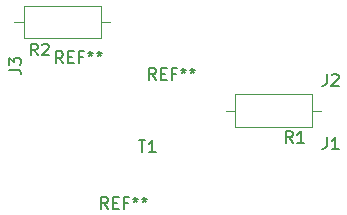
<source format=gto>
%TF.GenerationSoftware,KiCad,Pcbnew,(6.0.0-0)*%
%TF.CreationDate,2022-04-29T16:53:49+10:00*%
%TF.ProjectId,kicad practice,6b696361-6420-4707-9261-63746963652e,rev?*%
%TF.SameCoordinates,Original*%
%TF.FileFunction,Legend,Top*%
%TF.FilePolarity,Positive*%
%FSLAX46Y46*%
G04 Gerber Fmt 4.6, Leading zero omitted, Abs format (unit mm)*
G04 Created by KiCad (PCBNEW (6.0.0-0)) date 2022-04-29 16:53:49*
%MOMM*%
%LPD*%
G01*
G04 APERTURE LIST*
%ADD10C,0.150000*%
%ADD11C,0.120000*%
G04 APERTURE END LIST*
D10*
%TO.C,J2*%
X156384666Y-99020380D02*
X156384666Y-99734666D01*
X156337047Y-99877523D01*
X156241809Y-99972761D01*
X156098952Y-100020380D01*
X156003714Y-100020380D01*
X156813238Y-99115619D02*
X156860857Y-99068000D01*
X156956095Y-99020380D01*
X157194190Y-99020380D01*
X157289428Y-99068000D01*
X157337047Y-99115619D01*
X157384666Y-99210857D01*
X157384666Y-99306095D01*
X157337047Y-99448952D01*
X156765619Y-100020380D01*
X157384666Y-100020380D01*
%TO.C,REF\u002A\u002A*%
X137858666Y-110434380D02*
X137525333Y-109958190D01*
X137287238Y-110434380D02*
X137287238Y-109434380D01*
X137668190Y-109434380D01*
X137763428Y-109482000D01*
X137811047Y-109529619D01*
X137858666Y-109624857D01*
X137858666Y-109767714D01*
X137811047Y-109862952D01*
X137763428Y-109910571D01*
X137668190Y-109958190D01*
X137287238Y-109958190D01*
X138287238Y-109910571D02*
X138620571Y-109910571D01*
X138763428Y-110434380D02*
X138287238Y-110434380D01*
X138287238Y-109434380D01*
X138763428Y-109434380D01*
X139525333Y-109910571D02*
X139192000Y-109910571D01*
X139192000Y-110434380D02*
X139192000Y-109434380D01*
X139668190Y-109434380D01*
X140192000Y-109434380D02*
X140192000Y-109672476D01*
X139953904Y-109577238D02*
X140192000Y-109672476D01*
X140430095Y-109577238D01*
X140049142Y-109862952D02*
X140192000Y-109672476D01*
X140334857Y-109862952D01*
X140953904Y-109434380D02*
X140953904Y-109672476D01*
X140715809Y-109577238D02*
X140953904Y-109672476D01*
X141192000Y-109577238D01*
X140811047Y-109862952D02*
X140953904Y-109672476D01*
X141096761Y-109862952D01*
%TO.C,R1*%
X153503333Y-104846380D02*
X153170000Y-104370190D01*
X152931904Y-104846380D02*
X152931904Y-103846380D01*
X153312857Y-103846380D01*
X153408095Y-103894000D01*
X153455714Y-103941619D01*
X153503333Y-104036857D01*
X153503333Y-104179714D01*
X153455714Y-104274952D01*
X153408095Y-104322571D01*
X153312857Y-104370190D01*
X152931904Y-104370190D01*
X154455714Y-104846380D02*
X153884285Y-104846380D01*
X154170000Y-104846380D02*
X154170000Y-103846380D01*
X154074761Y-103989238D01*
X153979523Y-104084476D01*
X153884285Y-104132095D01*
%TO.C,REF\u002A\u002A*%
X141922666Y-99512380D02*
X141589333Y-99036190D01*
X141351238Y-99512380D02*
X141351238Y-98512380D01*
X141732190Y-98512380D01*
X141827428Y-98560000D01*
X141875047Y-98607619D01*
X141922666Y-98702857D01*
X141922666Y-98845714D01*
X141875047Y-98940952D01*
X141827428Y-98988571D01*
X141732190Y-99036190D01*
X141351238Y-99036190D01*
X142351238Y-98988571D02*
X142684571Y-98988571D01*
X142827428Y-99512380D02*
X142351238Y-99512380D01*
X142351238Y-98512380D01*
X142827428Y-98512380D01*
X143589333Y-98988571D02*
X143256000Y-98988571D01*
X143256000Y-99512380D02*
X143256000Y-98512380D01*
X143732190Y-98512380D01*
X144256000Y-98512380D02*
X144256000Y-98750476D01*
X144017904Y-98655238D02*
X144256000Y-98750476D01*
X144494095Y-98655238D01*
X144113142Y-98940952D02*
X144256000Y-98750476D01*
X144398857Y-98940952D01*
X145017904Y-98512380D02*
X145017904Y-98750476D01*
X144779809Y-98655238D02*
X145017904Y-98750476D01*
X145256000Y-98655238D01*
X144875047Y-98940952D02*
X145017904Y-98750476D01*
X145160761Y-98940952D01*
X134048666Y-98090380D02*
X133715333Y-97614190D01*
X133477238Y-98090380D02*
X133477238Y-97090380D01*
X133858190Y-97090380D01*
X133953428Y-97138000D01*
X134001047Y-97185619D01*
X134048666Y-97280857D01*
X134048666Y-97423714D01*
X134001047Y-97518952D01*
X133953428Y-97566571D01*
X133858190Y-97614190D01*
X133477238Y-97614190D01*
X134477238Y-97566571D02*
X134810571Y-97566571D01*
X134953428Y-98090380D02*
X134477238Y-98090380D01*
X134477238Y-97090380D01*
X134953428Y-97090380D01*
X135715333Y-97566571D02*
X135382000Y-97566571D01*
X135382000Y-98090380D02*
X135382000Y-97090380D01*
X135858190Y-97090380D01*
X136382000Y-97090380D02*
X136382000Y-97328476D01*
X136143904Y-97233238D02*
X136382000Y-97328476D01*
X136620095Y-97233238D01*
X136239142Y-97518952D02*
X136382000Y-97328476D01*
X136524857Y-97518952D01*
X137143904Y-97090380D02*
X137143904Y-97328476D01*
X136905809Y-97233238D02*
X137143904Y-97328476D01*
X137382000Y-97233238D01*
X137001047Y-97518952D02*
X137143904Y-97328476D01*
X137286761Y-97518952D01*
%TO.C,J3*%
X129500380Y-98631333D02*
X130214666Y-98631333D01*
X130357523Y-98678952D01*
X130452761Y-98774190D01*
X130500380Y-98917047D01*
X130500380Y-99012285D01*
X129500380Y-98250380D02*
X129500380Y-97631333D01*
X129881333Y-97964666D01*
X129881333Y-97821809D01*
X129928952Y-97726571D01*
X129976571Y-97678952D01*
X130071809Y-97631333D01*
X130309904Y-97631333D01*
X130405142Y-97678952D01*
X130452761Y-97726571D01*
X130500380Y-97821809D01*
X130500380Y-98107523D01*
X130452761Y-98202761D01*
X130405142Y-98250380D01*
%TO.C,T1*%
X140462095Y-104608380D02*
X141033523Y-104608380D01*
X140747809Y-105608380D02*
X140747809Y-104608380D01*
X141890666Y-105608380D02*
X141319238Y-105608380D01*
X141604952Y-105608380D02*
X141604952Y-104608380D01*
X141509714Y-104751238D01*
X141414476Y-104846476D01*
X141319238Y-104894095D01*
%TO.C,R2*%
X131913333Y-97437380D02*
X131580000Y-96961190D01*
X131341904Y-97437380D02*
X131341904Y-96437380D01*
X131722857Y-96437380D01*
X131818095Y-96485000D01*
X131865714Y-96532619D01*
X131913333Y-96627857D01*
X131913333Y-96770714D01*
X131865714Y-96865952D01*
X131818095Y-96913571D01*
X131722857Y-96961190D01*
X131341904Y-96961190D01*
X132294285Y-96532619D02*
X132341904Y-96485000D01*
X132437142Y-96437380D01*
X132675238Y-96437380D01*
X132770476Y-96485000D01*
X132818095Y-96532619D01*
X132865714Y-96627857D01*
X132865714Y-96723095D01*
X132818095Y-96865952D01*
X132246666Y-97437380D01*
X132865714Y-97437380D01*
%TO.C,J1*%
X156384666Y-104354380D02*
X156384666Y-105068666D01*
X156337047Y-105211523D01*
X156241809Y-105306761D01*
X156098952Y-105354380D01*
X156003714Y-105354380D01*
X157384666Y-105354380D02*
X156813238Y-105354380D01*
X157098952Y-105354380D02*
X157098952Y-104354380D01*
X157003714Y-104497238D01*
X156908476Y-104592476D01*
X156813238Y-104640095D01*
D11*
%TO.C,R1*%
X148622000Y-103478000D02*
X155162000Y-103478000D01*
X155162000Y-100738000D02*
X148622000Y-100738000D01*
X147852000Y-102108000D02*
X148622000Y-102108000D01*
X155932000Y-102108000D02*
X155162000Y-102108000D01*
X155162000Y-103478000D02*
X155162000Y-100738000D01*
X148622000Y-100738000D02*
X148622000Y-103478000D01*
%TO.C,R2*%
X137255000Y-93245000D02*
X130715000Y-93245000D01*
X130715000Y-95985000D02*
X137255000Y-95985000D01*
X137255000Y-95985000D02*
X137255000Y-93245000D01*
X130715000Y-93245000D02*
X130715000Y-95985000D01*
X129945000Y-94615000D02*
X130715000Y-94615000D01*
X138025000Y-94615000D02*
X137255000Y-94615000D01*
%TD*%
M02*

</source>
